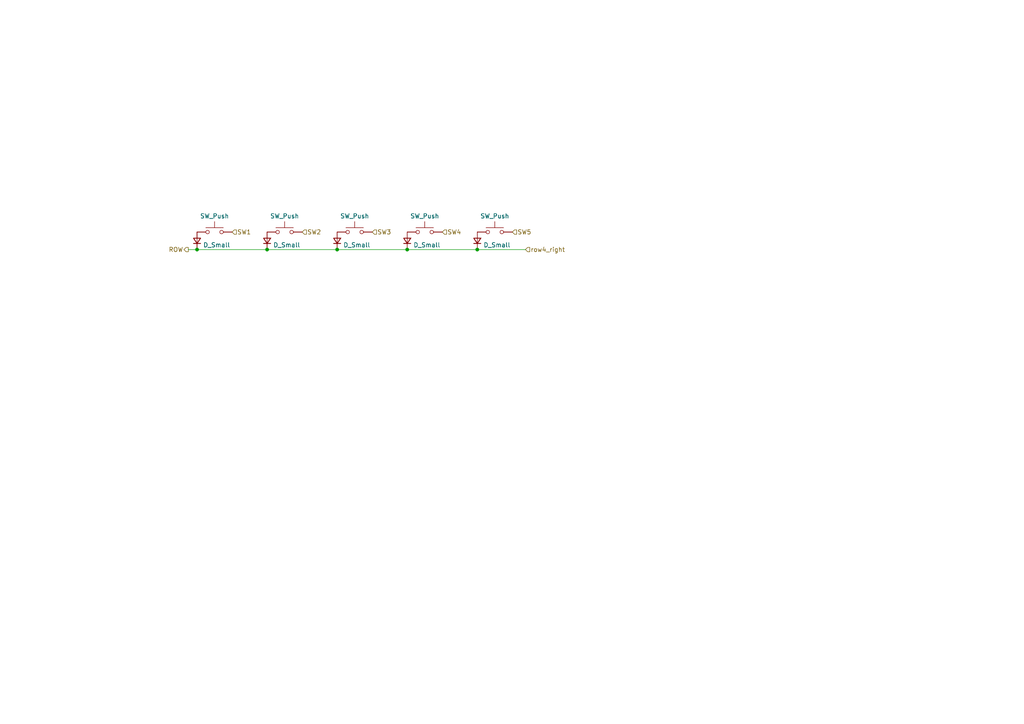
<source format=kicad_sch>
(kicad_sch (version 20231120) (generator "eeschema") (generator_version "8.0")
  (paper "A4")
  (lib_symbols
    (symbol "Device:D_Small" (pin_numbers hide) (pin_names (offset 0.254) hide)
      (property "Reference" "D" (at -1.27 2.032 0))
      (property "Value" "D_Small" (at -3.81 -2.032 0))
      (symbol "D_Small_0_1"
        (polyline (pts (xy -0.762 -1.016) (xy -0.762 1.016)) (stroke (width 0.254)))
        (polyline (pts (xy -0.762 0) (xy 0.762 0)))
        (polyline (pts (xy 0.762 -1.016) (xy -0.762 0) (xy 0.762 1.016) (xy 0.762 -1.016)) (stroke (width 0.254)))
      )
      (symbol "D_Small_1_1"
        (pin passive line (at -2.54 0 0) (length 1.778) (name "K") (number "1"))
        (pin passive line (at 2.54 0 180) (length 1.778) (name "A") (number "2"))
      )
    )
    (symbol "Switch:SW_Push" (pin_numbers hide) (pin_names (offset 1.016) hide)
      (property "Reference" "SW" (at 1.27 2.54 0))
      (property "Value" "SW_Push" (at 0 -1.524 0))
      (symbol "SW_Push_0_1"
        (circle (center -2.032 0) (radius 0.508))
        (polyline (pts (xy 0 1.27) (xy 0 3.048)))
        (polyline (pts (xy 2.54 1.27) (xy -2.54 1.27)))
        (circle (center 2.032 0) (radius 0.508))
        (pin passive line (at -5.08 0 0) (length 2.54) (name "1") (number "1"))
        (pin passive line (at 5.08 0 180) (length 2.54) (name "2") (number "2"))
      )
    )
  )
  (junction (at 57.15 72.39))
  (junction (at 138.43 72.39))
  (junction (at 97.79 72.39))
  (junction (at 118.11 72.39))
  (junction (at 77.47 72.39))
  (wire (pts (xy 97.79 72.39) (xy 118.11 72.39)))
  (wire (pts (xy 138.43 72.39) (xy 152.4 72.39)))
  (wire (pts (xy 57.15 72.39) (xy 77.47 72.39)))
  (wire (pts (xy 54.61 72.39) (xy 57.15 72.39)))
  (wire (pts (xy 118.11 72.39) (xy 138.43 72.39)))
  (wire (pts (xy 77.47 72.39) (xy 97.79 72.39)))
  (hierarchical_label "ROW" (shape output) (at 54.61 72.39 180))
  (hierarchical_label "SW4" (shape input) (at 128.27 67.31 0))
  (hierarchical_label "SW1" (shape input) (at 67.31 67.31 0))
  (hierarchical_label "row4_right" (shape input) (at 152.4 72.39 0))
  (hierarchical_label "SW5" (shape input) (at 148.59 67.31 0))
  (hierarchical_label "SW3" (shape input) (at 107.95 67.31 0))
  (hierarchical_label "SW2" (shape input) (at 87.63 67.31 0))
  (symbol (lib_id "Switch:SW_Push") (at 143.51 67.31 0) (unit 1)
    (property "Reference" "SW23" (effects (hide yes)))
    (property "Value" "SW_Push" (at 143.51 62.6689 0))
    (property "Footprint" "Library:Button_Mute_Kailh" (effects (hide yes)))
  )
  (symbol (lib_id "Switch:SW_Push") (at 62.23 67.31 0) (unit 1)
    (property "Reference" "SW19" (effects (hide yes)))
    (property "Value" "SW_Push" (at 62.23 62.6689 0))
    (property "Footprint" "Library:Button_Mute_Kailh" (effects (hide yes)))
  )
  (symbol (lib_id "Device:D_Small") (at 138.43 69.85 90) (unit 1)
    (property "Reference" "D21" (effects (hide yes)))
    (property "Value" "D_Small" (at 140.208 71.0621 90) (effects (justify right)))
    (property "Footprint" "Library:D_SOD-323" (effects (hide yes)))
    (property "Sim.Device" "D" (effects (hide yes)))
    (property "Sim.Pins" "1=K 2=A" (effects (hide yes)))
  )
  (symbol (lib_id "Device:D_Small") (at 57.15 69.85 90) (unit 1)
    (property "Reference" "D17" (effects (hide yes)))
    (property "Value" "D_Small" (at 58.928 71.0621 90) (effects (justify right)))
    (property "Footprint" "Library:D_SOD-323" (effects (hide yes)))
    (property "Sim.Device" "D" (effects (hide yes)))
    (property "Sim.Pins" "1=K 2=A" (effects (hide yes)))
  )
  (symbol (lib_id "Switch:SW_Push") (at 102.87 67.31 0) (unit 1)
    (property "Reference" "SW21" (effects (hide yes)))
    (property "Value" "SW_Push" (at 102.87 62.6689 0))
    (property "Footprint" "Library:Button_Mute_Kailh" (effects (hide yes)))
  )
  (symbol (lib_id "Device:D_Small") (at 77.47 69.85 90) (unit 1)
    (property "Reference" "D18" (effects (hide yes)))
    (property "Value" "D_Small" (at 79.248 71.0621 90) (effects (justify right)))
    (property "Footprint" "Library:D_SOD-323" (effects (hide yes)))
    (property "Sim.Device" "D" (effects (hide yes)))
    (property "Sim.Pins" "1=K 2=A" (effects (hide yes)))
  )
  (symbol (lib_id "Device:D_Small") (at 97.79 69.85 90) (unit 1)
    (property "Reference" "D19" (effects (hide yes)))
    (property "Value" "D_Small" (at 99.568 71.0621 90) (effects (justify right)))
    (property "Footprint" "Library:D_SOD-323" (effects (hide yes)))
    (property "Sim.Device" "D" (effects (hide yes)))
    (property "Sim.Pins" "1=K 2=A" (effects (hide yes)))
  )
  (symbol (lib_id "Switch:SW_Push") (at 82.55 67.31 0) (unit 1)
    (property "Reference" "SW20" (effects (hide yes)))
    (property "Value" "SW_Push" (at 82.55 62.6689 0))
    (property "Footprint" "Library:Button_Mute_Kailh" (effects (hide yes)))
  )
  (symbol (lib_id "Device:D_Small") (at 118.11 69.85 90) (unit 1)
    (property "Reference" "D20" (effects (hide yes)))
    (property "Value" "D_Small" (at 119.888 71.0621 90) (effects (justify right)))
    (property "Footprint" "Library:D_SOD-323" (effects (hide yes)))
    (property "Sim.Device" "D" (effects (hide yes)))
    (property "Sim.Pins" "1=K 2=A" (effects (hide yes)))
  )
  (symbol (lib_id "Switch:SW_Push") (at 123.19 67.31 0) (unit 1)
    (property "Reference" "SW22" (effects (hide yes)))
    (property "Value" "SW_Push" (at 123.19 62.6689 0))
    (property "Footprint" "Library:Button_Mute_Kailh" (effects (hide yes)))
  )
)
</source>
